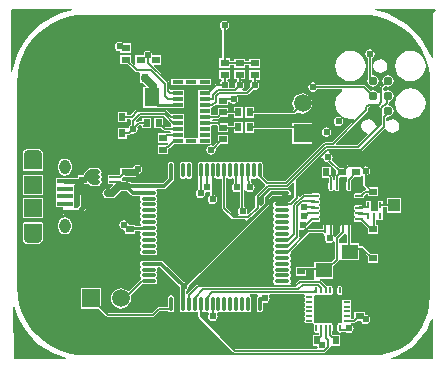
<source format=gtl>
%FSTAX23Y23*%
%MOIN*%
%SFA1B1*%

%IPPOS*%
%ADD15R,0.027559X0.023622*%
%ADD16R,0.023622X0.027559*%
%ADD17R,0.013780X0.007087*%
%ADD18R,0.011811X0.037008*%
%ADD19O,0.011811X0.051181*%
%ADD20O,0.051181X0.011811*%
%ADD21R,0.053150X0.015748*%
%ADD22R,0.061024X0.059055*%
%ADD23R,0.055118X0.047244*%
%ADD24R,0.009843X0.021654*%
%ADD25R,0.066929X0.060630*%
%ADD26O,0.007874X0.025591*%
%ADD27O,0.025591X0.007874*%
%ADD28O,0.027559X0.009843*%
%ADD29O,0.009843X0.027559*%
%ADD30R,0.102362X0.102362*%
%ADD31R,0.051181X0.059055*%
%ADD32R,0.035433X0.011811*%
%ADD33R,0.033465X0.011811*%
%ADD34R,0.041339X0.039370*%
%ADD35R,0.086614X0.041339*%
%ADD36R,0.061024X0.047244*%
%ADD37R,0.061024X0.047244*%
%ADD69C,0.031000*%
%ADD70C,0.005000*%
%ADD71C,0.012000*%
%ADD72C,0.006000*%
%ADD73C,0.025000*%
%ADD74C,0.010000*%
%ADD75C,0.022000*%
%ADD76C,0.007000*%
%ADD77C,0.020000*%
%ADD78C,0.015000*%
%ADD79O,0.037401X0.049212*%
%ADD80O,0.061024X0.035433*%
%ADD81R,0.059055X0.059055*%
%ADD82C,0.059055*%
%ADD83R,0.059055X0.059055*%
%ADD84C,0.024000*%
%ADD85C,0.019685*%
%LNcore_prototype_1-1*%
%LPD*%
G36*
X04805Y037D02*
X04795Y0369D01*
Y03541*
X0479Y0354*
X04779Y03565*
X04766Y03589*
X0475Y03612*
X04732Y03632*
X04712Y0365*
X04689Y03666*
X04665Y03679*
X0464Y0369*
X04614Y03697*
X04601Y037*
X04601Y03705*
X048*
X04805Y037*
G37*
G36*
X03593D02*
X0358Y03697D01*
X03554Y0369*
X03529Y03679*
X03505Y03666*
X03482Y0365*
X03462Y03632*
X03444Y03612*
X03428Y03589*
X03415Y03565*
X03404Y0354*
X03397Y03514*
X03393Y03494*
X03388Y03495*
X03387Y03701*
X0339Y03705*
X03593*
X03593Y037*
G37*
G36*
X03635Y03686D02*
X0456D01*
X0456Y03686*
X04589Y03684*
X04618Y03678*
X04646Y03669*
X04673Y03656*
X04697Y03639*
X0472Y0362*
X04739Y03597*
X04756Y03573*
X04769Y03546*
X04778Y03518*
X04784Y03489*
X04786Y0346*
X04786Y03459*
Y0342*
Y02744*
X04784Y02742*
X04784Y02739*
X04783Y02734*
X04782Y02714*
X04777Y0269*
X04769Y02667*
X04758Y02645*
X04745Y02624*
X04729Y02606*
X0471Y02589*
X0469Y02576*
X04668Y02565*
X04644Y02557*
X0462Y02552*
X04596Y02551*
X04596Y02551*
X03635*
X03634Y02551*
X03605Y02552*
X03576Y02558*
X03548Y02568*
X03521Y02581*
X03497Y02597*
X03474Y02617*
X03455Y02639*
X03438Y02664*
X03425Y0269*
X03416Y02718*
X0341Y02747*
X03408Y02776*
X03408Y02777*
Y0346*
X03408Y0346*
X0341Y03489*
X03416Y03518*
X03425Y03546*
X03438Y03573*
X03455Y03597*
X03474Y0362*
X03497Y03639*
X03521Y03656*
X03548Y03669*
X03576Y03678*
X03605Y03684*
X03634Y03686*
X03635Y03686*
G37*
G36*
X04795Y02671D02*
Y02537D01*
X04655*
X04654Y02542*
X04674Y02549*
X04698Y02561*
X04721Y02576*
X04741Y02593*
X04759Y02613*
X04774Y02636*
X04786Y0266*
X0479Y02672*
X04795Y02671*
G37*
G36*
X03404Y02696D02*
X03415Y02671D01*
X03428Y02647*
X03444Y02625*
X03462Y02605*
X03482Y02586*
X03505Y0257*
X03529Y02557*
X03554Y02547*
X03571Y02542*
X0357Y02537*
X03397*
X03395Y02711*
X034Y02711*
X03404Y02696*
G37*
%LNcore_prototype_1-2*%
%LPC*%
G36*
X0375Y03595D02*
X03743Y03594D01*
X03738Y03591*
X03735Y03586*
X03734Y0358*
X03735Y03573*
X03738Y03568*
X03743Y03565*
X0375Y03564*
X03752Y03561*
Y03559*
X03787*
Y0359*
X03761*
X03761Y03591*
X03756Y03594*
X0375Y03595*
G37*
G36*
X03845Y03565D02*
X03838Y03564D01*
X03833Y03561*
X0383Y03556*
X03829Y0355*
X03802*
Y03524*
Y03522*
X03798Y03518*
X03797Y03518*
X03787Y03529*
Y0355*
X03752*
Y0352*
X03777*
X03802Y03495*
X03807Y03493*
X03814*
X03819Y03492*
Y03488*
Y0348*
X03818Y03475*
Y03474*
X03819Y03469*
Y03457*
X03828*
X03837Y03448*
X03835Y03443*
X03829*
Y03376*
X03878*
X03879Y03376*
X03923*
Y03375*
X03965*
Y03394*
Y03399*
Y03414*
Y03415*
Y03433*
X03923*
X0392Y03433*
X03916Y03438*
Y0346*
X03914Y03464*
X03864Y03515*
X03866Y03519*
X03887*
Y0355*
X0386*
X03859Y03556*
X03856Y03561*
X03851Y03564*
X03845Y03565*
G37*
G36*
X041Y03665D02*
X04093Y03664D01*
X04088Y03661*
X04085Y03656*
X04084Y0365*
X04085Y03643*
X04088Y03638*
X04093Y03635*
Y0354*
X04082*
Y03509*
X04117*
Y03518*
X04132*
Y03509*
X04167*
Y03517*
X04182*
Y03509*
X04217*
Y03539*
X04182*
Y0353*
X04167*
Y03539*
X04132*
Y03531*
X04117*
Y0354*
X04106*
Y03635*
X04111Y03638*
X04114Y03643*
X04115Y0365*
X04114Y03656*
X04111Y03661*
X04106Y03664*
X041Y03665*
G37*
G36*
X0462Y03538D02*
X04611Y03536D01*
X04603Y03531*
X04598Y03523*
X04596Y03515*
X04598Y03506*
X04603Y03498*
X04611Y03493*
X0462Y03491*
X04628Y03493*
X04636Y03498*
X04641Y03506*
X04643Y03515*
X04641Y03523*
X04636Y03531*
X04628Y03536*
X0462Y03538*
G37*
G36*
X04013Y03471D02*
X04009D01*
X04008*
X0397*
X03969*
X03964*
X03923*
Y03452*
X03964*
X03965*
X0397*
X04008*
X04009*
X04013*
X04014*
X04056*
Y03471*
X04014*
X04013*
G37*
G36*
X0472Y03565D02*
X04706Y03563D01*
X04694Y03558*
X04684Y0355*
X04676Y0354*
X04671Y03528*
X04669Y03515*
X04671Y03501*
X04676Y03489*
X04684Y03479*
X04694Y03471*
X04706Y03466*
X0472Y03464*
X04733Y03466*
X04745Y03471*
X04755Y03479*
X04763Y03489*
X04768Y03501*
X0477Y03515*
X04768Y03528*
X04763Y0354*
X04755Y0355*
X04745Y03558*
X04733Y03563*
X0472Y03565*
G37*
G36*
X0452D02*
X04506Y03563D01*
X04494Y03558*
X04484Y0355*
X04476Y0354*
X04471Y03528*
X04469Y03515*
X04471Y03501*
X04476Y03489*
X04484Y03479*
X04494Y03471*
X04506Y03466*
X0452Y03464*
X04533Y03466*
X04545Y03471*
X04555Y03479*
X04563Y03489*
X04568Y03501*
X0457Y03515*
X04568Y03528*
X04563Y0354*
X04555Y0355*
X04545Y03558*
X04533Y03563*
X0452Y03565*
G37*
G36*
X04585Y0357D02*
X04578Y03569D01*
X04573Y03566*
X0457Y03561*
X04569Y03555*
X0457Y03548*
X04573Y03543*
X04578Y0354*
Y03475*
X04578Y03474*
X04577Y03472*
X04575Y03465*
X04577Y03457*
X04581Y03451*
X04587Y03447*
X04595Y03445*
X04602Y03447*
X04608Y03451*
X04612Y03457*
X04614Y03465*
X04612Y03472*
X04608Y03478*
X04602Y03482*
X04595Y03484*
X04591Y03487*
Y0354*
X04596Y03543*
X04599Y03548*
X046Y03555*
X04599Y03561*
X04596Y03566*
X04591Y03569*
X04585Y0357*
G37*
G36*
X04117Y035D02*
X04082D01*
Y0347*
X04089*
X0409Y03465*
X04088Y03464*
X04085Y03458*
X04084Y03456*
X04072*
X04067Y03454*
X04047Y03433*
X04013*
Y03415*
Y03414*
Y03395*
Y03394*
Y03375*
Y0337*
Y03355*
Y0335*
Y03335*
Y0333*
Y03315*
Y0331*
Y03295*
Y0329*
Y03277*
X0401Y03274*
X04009Y03274*
X04008*
X0397*
X03969Y03274*
X03965Y03277*
Y03279*
Y03294*
Y03299*
Y03314*
Y03319*
Y0333*
Y03334*
Y03335*
Y03354*
X03923*
X03919Y03356*
X03908Y03368*
X03903Y03369*
X03808*
X03803Y03368*
X03787Y03351*
X03774*
Y03362*
X03744*
Y03327*
X03774*
Y03338*
X03785*
X03789Y03333*
X03788Y03332*
Y03319*
X03783Y03316*
X0378Y03311*
X03779Y03307*
X03774Y03307*
X03744*
Y03272*
X03774*
Y03283*
X0378*
X03784Y03285*
X03789Y0329*
X03795Y03289*
X03801Y0329*
X03806Y03293*
X03809Y03298*
X0381Y03305*
X03809Y0331*
X03817Y03318*
X03822*
X03824Y03313*
X03825Y03312*
Y03307*
X0383*
X03831Y03307*
X03832Y03307*
X03855*
Y03342*
X03825*
Y03331*
X03815*
X0381Y03329*
X03809Y03328*
X03804Y0333*
X03803Y03331*
X0382Y03348*
X03897*
X03923Y03322*
Y03315*
X0392Y03311*
X03902*
X03895Y03318*
X03895Y03318*
Y03342*
X03864*
Y03307*
X03888*
X03895Y033*
X039Y03298*
X03918*
X03921Y03294*
X0392Y0329*
X03904*
X03903Y0329*
X03877*
Y03259*
X03907*
X0391*
X03913Y03255*
X03913Y03254*
X03909Y03251*
X03904*
X03903Y0325*
X03877*
Y0322*
X03912*
Y03238*
X03912*
X03917Y0324*
X03932Y03255*
X03964*
X03965*
X0397*
X04008*
X04009*
X04013*
X04014*
X04056*
Y03274*
Y03279*
Y03294*
Y03299*
Y03314*
X04058Y03318*
X04075*
X04077Y03315*
Y03294*
X04112*
Y03303*
X0413*
Y03292*
X0416*
Y03327*
X0413*
Y03316*
X04112*
Y03324*
X04086*
X04082Y03329*
X04077Y03331*
X0406*
X04058Y03334*
X0406Y03338*
X04077*
X04082Y0334*
X04086Y03345*
X04112*
Y03353*
X0413*
Y03342*
X0416*
Y03377*
X0413*
Y03366*
X04112*
Y03375*
X04077*
Y03354*
X04074Y03351*
X04058*
X04056Y03355*
Y03359*
Y03374*
X04058Y03378*
X04059*
X04064Y0338*
X04072Y03388*
X04077Y03386*
Y03384*
X04112*
Y03394*
X04117Y03396*
X04118Y03393*
X04123Y0339*
X0413Y03389*
X04136Y0339*
X04141Y03393*
X04144Y03398*
X04145Y03405*
X04144Y03411*
X04142Y03414*
X04143Y03419*
X04144Y03419*
X04176*
X04181Y03421*
X04194Y03435*
X042Y03434*
X04206Y03435*
X04211Y03438*
X04214Y03443*
X04215Y0345*
X04214Y03456*
X04211Y03461*
X04206Y03464*
Y03469*
X04217*
Y035*
X04182*
Y03469*
X04193*
Y03464*
X04188Y03461*
X04185Y03456*
X04184Y0345*
X04185Y03444*
X04173Y03432*
X04161*
X04159Y03437*
X04161Y03438*
X04164Y03443*
X04165Y0345*
X04164Y03456*
X04161Y03461*
X04156Y03464*
Y0347*
X04167*
Y035*
X04132*
Y0347*
X04143*
Y03464*
X04138Y03461*
X04135Y03456*
X04134Y0345*
X04135Y03445*
X04131Y03441*
X04116*
X04114Y03446*
X04114Y03446*
X04115Y03452*
X04114Y03458*
X04111Y03464*
X04109Y03465*
X0411Y0347*
X04117*
Y035*
G37*
G36*
X04645Y03484D02*
X04637Y03482D01*
X04631Y03478*
X04627Y03472*
X04625Y03465*
X04627Y03457*
X04627Y03456*
X04618Y03448*
X04617Y03443*
Y03425*
X04612Y03423*
X04608Y03428*
X04602Y03432*
X04595Y03434*
X04587Y03432*
X04586Y03432*
X0457Y03449*
X04565Y0345*
X04409*
X04406Y03455*
X04401Y03459*
X04395Y0346*
X04389Y03459*
X04384Y03455*
X0438Y0345*
X04379Y03444*
X0438Y03438*
X04384Y03433*
X04389Y03429*
X04395Y03428*
X04401Y03429*
X04406Y03433*
X04409Y03437*
X04492*
X04493Y03432*
X04484Y03425*
X04476Y03415*
X04471Y03403*
X04469Y0339*
X04471Y03376*
X04476Y03364*
X04484Y03354*
X04494Y03346*
X04506Y03341*
X0452Y03339*
X04529Y0334*
X04531Y03335*
X04457Y03261*
X04435*
X0443Y03259*
X04302Y03131*
X04242*
X04227Y03147*
X04227Y03147*
Y03187*
X04226Y0319*
X04224Y03193*
X04221Y03195*
X04217Y03196*
X04213Y03195*
X0421Y03193*
X0421Y03193*
X04204*
X04204Y03193*
X04201Y03195*
X04197Y03196*
X04194Y03195*
X04191Y03193*
X04191Y03193*
X04185*
X04185Y03193*
X04181Y03195*
X04178Y03196*
X04174Y03195*
X04171Y03193*
X04171Y03193*
X04165*
X04165Y03193*
X04162Y03195*
X04158Y03196*
X04154Y03195*
X04151Y03193*
X04151Y03193*
X04145*
X04145Y03193*
X04142Y03195*
X04138Y03196*
X04135Y03195*
X04132Y03193*
X04132Y03193*
X04126*
X04125Y03193*
X04122Y03195*
X04119Y03196*
X04115Y03195*
X04112Y03193*
X04112Y03193*
X04106*
X04106Y03193*
X04103Y03195*
X04099Y03196*
X04095Y03195*
X04092Y03193*
X04092Y03193*
X04086*
X04086Y03193*
X04083Y03195*
X04079Y03196*
X04076Y03195*
X04073Y03193*
X04073Y03193*
X04066*
X04066Y03193*
X04063Y03195*
X0406Y03196*
X04056Y03195*
X04053Y03193*
X04053Y03193*
X04047*
X04047Y03193*
X04044Y03195*
X0404Y03196*
X04036Y03195*
X04033Y03193*
X04033Y03193*
X04027*
X04027Y03193*
X04024Y03195*
X0402Y03196*
X04017Y03195*
X04014Y03193*
X04011Y0319*
X04011Y03187*
Y03147*
X04011Y03144*
X04013Y03141*
Y03104*
X04008Y03101*
X04005Y03096*
X04004Y0309*
X04005Y03083*
X04008Y03078*
X04013Y03075*
X0402Y03074*
X04026Y03075*
X04031Y03078*
X04034Y03083*
X04035Y0309*
X04035Y0309*
X04039Y03094*
X0404Y03094*
X04046Y03095*
X04048Y03097*
X04052Y03095*
X04053Y03094*
Y03084*
X04048Y03081*
X04045Y03076*
X04044Y0307*
X04045Y03063*
X04048Y03058*
X04053Y03055*
X0406Y03054*
X04066Y03055*
X04071Y03058*
X04074Y03063*
X04075Y0307*
X04074Y03076*
X04071Y03081*
X04066Y03084*
Y03094*
X04066Y03094*
Y0314*
X04066Y0314*
X04066Y03141*
X04073*
X04073Y0314*
X04076Y03138*
X04079Y03138*
X04083Y03138*
X04086Y0314*
X0409Y03138*
X04093Y03136*
Y0304*
X04094Y03035*
X04125Y03005*
X0413Y03003*
X04168*
X0417Y02998*
X03967Y02796*
X03962*
X03895Y02863*
X03892Y02865*
X03888Y02866*
X03848*
X03847Y02866*
X03847Y02866*
X03827*
X03824Y02865*
X03821Y02863*
X03819Y0286*
X03818Y02856*
X03819Y02852*
X03821Y02849*
X03821Y02849*
Y02843*
X03821Y02843*
X03819Y0284*
X03818Y02836*
X03819Y02833*
X03821Y02829*
X03821Y02829*
Y02823*
X03821Y02823*
X03819Y0282*
X03818Y02817*
X03819Y02813*
X03821Y0281*
X03821Y0281*
Y02804*
X03821Y02804*
X03819Y02801*
X03818Y02799*
X03782Y02763*
X03778Y02763*
X03771Y02768*
X03763Y02772*
X03755Y02773*
X03746Y02772*
X03738Y02768*
X03731Y02763*
X03726Y02756*
X03722Y02748*
X03721Y0274*
X03722Y02731*
X03726Y02723*
X03731Y02716*
X03738Y02711*
X03746Y02707*
X03755Y02706*
X03763Y02707*
X03771Y02711*
X03778Y02716*
X03783Y02723*
X03787Y02731*
X03788Y0274*
X03787Y02748*
X03787Y02748*
X03826Y02788*
X03827Y02787*
X03867*
X0387Y02788*
X03874Y0279*
X03876Y02793*
X03876Y02797*
X03876Y02801*
X03874Y02804*
X03873Y02804*
Y0281*
X03874Y0281*
X03876Y02813*
X03876Y02817*
X03876Y0282*
X03874Y02823*
X03873Y02823*
Y02829*
X03874Y02829*
X03876Y02833*
X03876Y02836*
X03876Y0284*
X03875Y02841*
X03877Y02846*
X03884*
X03949Y02781*
X03949Y0278*
X0395Y02773*
X03952Y02771*
Y02722*
X03952Y02722*
Y02702*
X03952Y02699*
X03954Y02696*
X03958Y02694*
X03961Y02693*
X03965Y02694*
X03968Y02696*
X03968Y02696*
X03974*
X03974Y02696*
X03977Y02694*
X03981Y02693*
X03985Y02694*
X03988Y02696*
X03988Y02696*
X03994*
X03994Y02696*
X03997Y02694*
X04001Y02693*
X04004Y02694*
X04007Y02696*
X04012Y02693*
X04013Y02692*
Y0268*
X04015Y02675*
X04129Y02561*
X04134Y02559*
X04433*
X04437Y02561*
X04449Y02573*
X04451Y02577*
Y02579*
X04454Y02582*
X04456*
X04485*
Y02617*
X04463*
X04459Y02621*
Y0263*
X04459Y02631*
X0446Y02634*
Y02651*
X04459Y02654*
X04458Y02657*
X04455Y02658*
X04452Y02659*
X04449Y02658*
X04448Y02657*
X04447Y02657*
X04442*
X04441Y02657*
X0444Y02658*
X04437Y02659*
X04434Y02658*
X04431Y02657*
X04426*
X04424Y02658*
X04421Y02659*
X04418Y02658*
X04416Y02657*
X04416Y02657*
X0441*
X0441Y02657*
X04408Y02658*
X04405Y02659*
X04402Y02658*
X04401Y02658*
X04398Y02661*
X04398Y02662*
X04399Y02665*
X04398Y02668*
X04397Y0267*
X04397Y0267*
Y02676*
X04397Y02676*
X04398Y02678*
X04399Y02681*
X04398Y02684*
X04397Y02686*
X04397Y02686*
Y02691*
X04397Y02692*
X04398Y02694*
X04399Y02697*
X04398Y027*
X04397Y02701*
X04397Y02702*
Y02707*
X04397Y02708*
X04398Y02709*
X04399Y02712*
X04398Y02715*
X04397Y02717*
X04397Y02718*
Y02723*
X04397Y02723*
X04398Y02725*
X04399Y02728*
X04398Y02731*
X04397Y02733*
X04397Y02733*
Y02739*
X04397Y02739*
X04398Y02741*
X04399Y02744*
X04398Y02747*
X04398Y02748*
X04401Y02751*
X04402Y02751*
X04405Y0275*
X04408Y02751*
X0441Y02752*
X04416*
X04418Y02751*
X04421Y0275*
X04424Y02751*
X04426Y02752*
X04431*
X04434Y02751*
X04437Y0275*
X0444Y02751*
X04441Y02752*
X04442Y02752*
X04447*
X04448Y02752*
X04449Y02751*
X04452Y0275*
X04455Y02751*
X04458Y02752*
X04459Y02755*
X0446Y02758*
Y02775*
X04459Y02778*
X04458Y02781*
X04455Y02782*
X04452Y02783*
X04449Y02782*
X04448Y02781*
X04447Y02781*
X04442*
X04441Y02781*
X0444Y02782*
X04439Y02783*
X04422Y02799*
X04417Y02801*
X04417Y02806*
X04462*
Y02847*
X04478Y02864*
X0448Y02869*
Y02938*
X04495Y02952*
X04497Y02953*
X045Y02955*
X04506Y02954*
X04507Y02952*
Y02923*
X04486*
Y02869*
X04548*
Y029*
X04557*
X04577Y0288*
Y02859*
X04611*
Y02889*
X04586*
X04564Y02911*
X04559Y02913*
X04548*
Y02923*
X0452*
Y02955*
X04522Y02957*
X04522Y02961*
Y02978*
X04522Y02982*
X0452Y02984*
X04517Y02986*
X04514Y02987*
X04511Y02986*
X04508Y02984*
X04507Y02983*
X04506Y02983*
X04502*
X04501Y02983*
X045Y02984*
X04497Y02986*
X04494Y02987*
X04491Y02986*
X04488Y02984*
X04486Y02982*
X04486Y02978*
Y02961*
X04469Y02945*
X04464Y02946*
X04464Y02946*
X04461Y0295*
Y02955*
X04463Y02957*
X04463Y02961*
Y02978*
X04463Y02982*
X04461Y02984*
X04458Y02986*
X04455Y02987*
X04452Y02986*
X04449Y02984*
X04448Y02983*
X04447Y02983*
X04443*
X04442Y02983*
X04441Y02984*
X04438Y02986*
X04435Y02987*
X04432Y02986*
X04429Y02984*
X04427Y02982*
X04427Y02978*
Y0297*
X04379*
X04375Y02968*
X04353Y02946*
X04348Y02948*
Y02968*
X04353Y0297*
X04353Y0297*
X0436Y02969*
X04366Y0297*
X04371Y02973*
X04374Y02978*
X04378Y0298*
X04392Y02994*
X04393Y02994*
X04411*
X04414Y02995*
X04417Y02997*
X04418Y03*
X04419Y03003*
X04418Y03006*
X04417Y03009*
X04415Y0301*
X04415Y03011*
Y03015*
X04415Y03016*
X04417Y03017*
X04418Y03019*
X04419Y03023*
X04418Y03026*
X04417Y03029*
X04415Y0303*
X04415Y03031*
Y03034*
X04415Y03035*
X04417Y03036*
X04418Y03039*
X04419Y03042*
X04418Y03046*
X04417Y03048*
X04415Y03049*
X04415Y0305*
Y03054*
X04415Y03055*
X04417Y03056*
X04418Y03059*
X04419Y03062*
X04418Y03065*
X04417Y03068*
X04415Y03069*
X04415Y0307*
Y03074*
X04415Y03075*
X04417Y03076*
X04418Y03078*
X04419Y03082*
X04418Y03085*
X04417Y03088*
X04414Y0309*
X04411Y0309*
X04393*
X0439Y0309*
X04387Y03088*
X04364*
X0436Y03086*
X04351Y03078*
X04346Y0308*
Y03133*
X04424Y03211*
X04426Y0321*
X04429Y03209*
X0443Y03203*
X04433Y03198*
X04438Y03195*
X04444Y03194*
X04472Y03166*
Y03154*
X0447Y03151*
X04468Y03147*
Y03133*
X04463Y03131*
X04461Y03133*
Y03134*
X0446Y03135*
Y03143*
X04458Y03147*
X04454Y03151*
Y03177*
X04424*
Y03142*
X04445*
X04447Y0314*
Y03135*
X04448Y03133*
Y03129*
X04447Y03127*
X04446Y03124*
Y03106*
X04447Y03103*
X04449Y031*
X04452Y03098*
X04455Y03098*
X04458Y03098*
X04461Y031*
X04462Y03102*
X04463Y03102*
X04466*
X04467Y03102*
X04468Y031*
X04471Y03098*
X04475Y03098*
X04478Y03098*
X04481Y031*
X04482Y03103*
X04483Y03106*
Y03124*
X04482Y03127*
X04481Y03129*
Y0314*
X04486Y03145*
X04502*
X04505*
X04506Y03144*
X04508Y03143*
X04509Y03141*
X04509Y03139*
X04508Y03136*
Y0313*
X04506Y03127*
X04505Y03124*
Y03106*
X04506Y03103*
X04508Y031*
X04511Y03098*
X04514Y03098*
X04517Y03098*
X0452Y031*
X04522Y03103*
X04522Y03106*
Y03124*
X04522Y03127*
X04521Y03129*
Y03134*
X04531Y03145*
X04555*
Y03149*
X04559Y03152*
X04563Y03149*
Y03117*
X04565Y03113*
X04572Y03106*
X0457Y03101*
X04569*
X04565Y03099*
X04556Y0309*
X04538*
X04535Y0309*
X04532Y03088*
X04531Y03085*
X0453Y03082*
X04531Y03078*
X04532Y03076*
X04535Y03074*
X04538Y03073*
X04556*
X04559Y03074*
X04562Y03076*
X04564Y03078*
X04565Y03081*
X04572Y03088*
X04577Y03087*
Y0308*
X04611*
Y0311*
X04586*
X04576Y0312*
Y0315*
X04581Y03153*
X04584Y03158*
X04585Y03165*
X04584Y03171*
X04581Y03176*
X04576Y03179*
X0457Y0318*
X04564Y03179*
X04559Y03184*
X04555Y03186*
X04511*
X04507Y03184*
X04498Y03175*
X04481*
X04457Y032*
X04459Y03203*
X0446Y0321*
X04459Y03216*
X04456Y03221*
X04451Y03224*
X04449Y03225*
X04449Y0323*
X04556*
X04561Y03231*
X04633Y03304*
X04634Y03304*
X04639Y03303*
X04643Y03298*
X04651Y03293*
X0466Y03291*
X04668Y03293*
X04676Y03298*
X04681Y03306*
X04683Y03315*
X04681Y03323*
X04676Y03331*
X04668Y03336*
X0466Y03338*
X04651Y03336*
X04643Y03331*
X04643Y03331*
X04638Y03332*
Y03342*
X04641Y03346*
X04645Y03345*
X04652Y03347*
X04658Y03351*
X04662Y03357*
X04664Y03365*
X04662Y03372*
X04658Y03378*
X04652Y03382*
X04649Y03383*
X04648Y03384*
X04646Y03389*
X04648Y03392*
Y03396*
X04652Y03397*
X04658Y03401*
X04662Y03407*
X04664Y03415*
X04662Y03422*
X04658Y03428*
X04652Y03432*
X04645Y03434*
X04637Y03432*
X04634Y03431*
X04629Y03433*
Y0344*
X04636Y03447*
X04637Y03447*
X04645Y03445*
X04652Y03447*
X04658Y03451*
X04662Y03457*
X04664Y03465*
X04662Y03472*
X04658Y03478*
X04652Y03482*
X04645Y03484*
G37*
G36*
X0436Y03423D02*
X04351Y03422D01*
X04343Y03418*
X04336Y03413*
X04331Y03406*
X04327Y03398*
X04326Y0339*
X04327Y03381*
X04331Y03373*
X04332Y03371*
X04327Y03366*
X04199*
Y03377*
X04169*
Y03342*
X04199*
Y03353*
X0433*
X04334Y03355*
X04341Y03362*
X04343Y03361*
X04351Y03357*
X0436Y03356*
X04368Y03357*
X04376Y03361*
X04383Y03366*
X04388Y03373*
X04392Y03381*
X04393Y0339*
X04392Y03398*
X04388Y03406*
X04383Y03413*
X04376Y03418*
X04368Y03422*
X0436Y03423*
G37*
G36*
X0472Y0344D02*
X04706Y03438D01*
X04694Y03433*
X04684Y03425*
X04676Y03415*
X04671Y03403*
X04669Y0339*
X04671Y03376*
X04676Y03364*
X04684Y03354*
X04694Y03346*
X04706Y03341*
X0472Y03339*
X04733Y03341*
X04745Y03346*
X04755Y03354*
X04763Y03364*
X04768Y03376*
X0477Y0339*
X04768Y03403*
X04763Y03415*
X04755Y03425*
X04745Y03433*
X04733Y03438*
X0472Y0344*
G37*
G36*
X0448Y03345D02*
X04473Y03344D01*
X04468Y03341*
X04465Y03336*
X04464Y0333*
X04465Y03323*
X04468Y03318*
X04473Y03315*
X0448Y03314*
X04486Y03315*
X04491Y03318*
X04494Y03323*
X04495Y0333*
X04494Y03336*
X04491Y03341*
X04486Y03344*
X0448Y03345*
G37*
G36*
X0444Y0331D02*
X04433Y03309D01*
X04428Y03306*
X04425Y03301*
X04424Y03295*
X04425Y03288*
X04428Y03283*
X04433Y0328*
X0444Y03279*
X04446Y0328*
X04451Y03283*
X04454Y03288*
X04455Y03295*
X04454Y03301*
X04451Y03306*
X04446Y03309*
X0444Y0331*
G37*
G36*
X04199Y03327D02*
X04169D01*
Y03292*
X04199*
Y03303*
X04326*
Y03256*
X04393*
Y03323*
X04326*
Y03316*
X04199*
Y03327*
G37*
G36*
X04112Y03285D02*
X04077D01*
Y03264*
X04062Y03248*
X04061Y03249*
X04055Y0325*
X04048Y03249*
X04043Y03246*
X0404Y03241*
X04039Y03235*
X0404Y03228*
X04043Y03223*
X04048Y0322*
X04055Y03219*
X04061Y0322*
X04066Y03223*
X04069Y03228*
X0407Y03235*
X0407Y03238*
X04086Y03255*
X04112*
Y03285*
G37*
G36*
X03981Y03196D02*
X03977Y03195D01*
X03974Y03193*
X03974Y03193*
X03968*
X03968Y03193*
X03965Y03195*
X03961Y03196*
X03958Y03195*
X03954Y03193*
X03952Y0319*
X03952Y03187*
Y03147*
X03952Y03144*
X03954Y0314*
X03958Y03138*
X03961Y03138*
X03965Y03138*
X03968Y0314*
X03968Y03141*
X03974*
X03974Y0314*
X03977Y03138*
X03981Y03138*
X03985Y03138*
X03988Y0314*
X0399Y03144*
X03991Y03147*
Y03187*
X0399Y0319*
X03988Y03193*
X03985Y03195*
X03981Y03196*
G37*
G36*
X03474Y03239D02*
X03449D01*
X0344Y03237*
X03433Y03233*
X03429Y03226*
X03427Y03217*
X03427Y03217*
Y0317*
X03428Y03167*
X03431Y03166*
X03492*
X03495Y03167*
X03496Y0317*
Y03217*
X03496Y03217*
X03494Y03226*
X03489Y03233*
X03482Y03237*
X03474Y03239*
G37*
G36*
X03568Y03206D02*
X03559Y03205D01*
X03552Y032*
X03547Y03192*
X03545Y03184*
Y03172*
X03547Y03163*
X03552Y03156*
X03559Y03151*
X03568Y03149*
X03576Y03151*
X03584Y03156*
X03589Y03163*
X0359Y03172*
Y03184*
X03589Y03192*
X03584Y032*
X03576Y03205*
X03568Y03206*
G37*
G36*
X03676Y03174D02*
X03655D01*
X0365Y03173*
X03645Y0317*
X03633Y03158*
X0363Y03153*
X03629Y03151*
X03611*
Y03142*
X03568*
X03567Y03142*
X03538*
Y03118*
Y03114*
Y03092*
Y03089*
Y03067*
Y03063*
Y03043*
X0356*
X03561Y03038*
X0356Y03037*
X0356Y03036*
X03557Y03033*
X03556Y03028*
X03557Y03024*
X0356Y0302*
X03563Y03018*
X03568Y03017*
X0357Y03017*
X03614*
X03618Y03018*
X03622Y03021*
X03636Y03035*
X03638Y03039*
X03639Y03043*
Y03096*
X03638Y031*
X03636Y03104*
X03632Y03106*
X03628Y03107*
X03624Y03106*
X0362Y03104*
X03618Y031*
X03617Y03096*
Y03048*
X03609Y0304*
X03602*
X03598Y03043*
Y03045*
Y03067*
Y0307*
Y03092*
Y03096*
Y03114*
Y03116*
X03601Y0312*
X03624*
X03625Y0312*
X03645*
X03649Y03122*
X03652Y03119*
X03656Y03116*
X03662Y03115*
X03676*
X03682Y03116*
X03686Y03119*
X03689Y03123*
X0369Y03129*
X03689Y03134*
X03687Y03137*
X03689Y03139*
X0369Y03145*
X03689Y0315*
X03687Y03152*
X03689Y03155*
X0369Y0316*
X03689Y03166*
X03686Y0317*
X03682Y03173*
X03676Y03174*
G37*
G36*
X03922Y03196D02*
X03918Y03195D01*
X03915Y03193*
X03913Y0319*
X03912Y03187*
Y03168*
X03912Y03167*
Y03141*
X03895Y03124*
X03787*
Y03129*
X03775*
X0377Y03131*
X03766Y0313*
X03762*
X03758Y03134*
X03758Y03139*
X03758Y0314*
X03762Y03144*
X03787*
Y03146*
X038*
X03805Y03147*
X0381Y0315*
X03813Y03154*
X03816Y03155*
X03821Y03158*
X03824Y03163*
X03825Y0317*
X03824Y03176*
X03821Y03181*
X03816Y03184*
X0381Y03185*
X03803Y03184*
X03798Y03181*
X03795Y03176*
X03795Y03175*
X0377*
X03769Y03175*
X03752*
Y03154*
X0375Y03152*
X03723*
X03722Y03152*
X03712*
Y03137*
Y03132*
Y03122*
X03722*
X03723Y03122*
X03727*
X03729Y03117*
X03718Y03106*
X0371*
X03703Y03105*
X03698Y03101*
X03694Y03096*
X03693Y0309*
X03694Y03083*
X03698Y03078*
X03703Y03074*
X0371Y03073*
X03725*
X03731Y03074*
X03736Y03078*
X03755Y03097*
X03769*
X03774Y03098*
X03787Y03085*
X0379Y03083*
X03794Y03082*
X03817*
X03819Y03077*
X03819Y03076*
X03818Y03072*
X03819Y03069*
X03821Y03066*
X03821Y03066*
Y0306*
X03821Y0306*
X03819Y03056*
X03818Y03053*
X03819Y03049*
X03821Y03046*
X03821Y03046*
Y0304*
X03821Y0304*
X03819Y03037*
X03818Y03033*
X03819Y03029*
X03821Y03026*
X03821Y03026*
Y0302*
X03821Y0302*
X03819Y03017*
X03818Y03013*
X03819Y0301*
X03821Y03007*
X03821Y03007*
Y03001*
X03821Y03*
X03819Y02997*
X03818Y02994*
X03819Y0299*
X0382Y02987*
X0382Y02985*
X03818Y02982*
X03802*
Y02985*
X0378*
X03779Y02991*
X03776Y02996*
X03771Y02999*
X03765Y03*
X03758Y02999*
X03753Y02996*
X0375Y02991*
X03749Y02985*
X0375Y02978*
X03753Y02973*
X03758Y0297*
X03765Y02969*
X03767Y02966*
Y02954*
X03802*
Y02965*
X03818*
X03819Y02964*
X0382Y0296*
X03819Y02958*
X03818Y02954*
X03819Y02951*
X03821Y02948*
X03821Y02948*
Y02941*
X03821Y02941*
X03819Y02938*
X03818Y02935*
X03819Y02931*
X03821Y02928*
X03821Y02928*
Y02922*
X03821Y02922*
X03819Y02919*
X03818Y02915*
X03819Y02911*
X03821Y02908*
X03821Y02908*
Y02902*
X03821Y02902*
X03819Y02899*
X03818Y02895*
X03819Y02892*
X03821Y02889*
X03824Y02886*
X03827Y02886*
X03867*
X0387Y02886*
X03874Y02889*
X03876Y02892*
X03876Y02895*
X03876Y02899*
X03874Y02902*
X03873Y02902*
Y02908*
X03874Y02908*
X03876Y02911*
X03876Y02915*
X03876Y02919*
X03874Y02922*
X03873Y02922*
Y02928*
X03874Y02928*
X03876Y02931*
X03876Y02935*
X03876Y02938*
X03874Y02941*
X03873Y02941*
Y02948*
X03874Y02948*
X03876Y02951*
X03876Y02954*
X03876Y02958*
X03874Y02961*
X03873Y02961*
Y02967*
X03874Y02967*
X03876Y0297*
X03876Y02974*
X03876Y02978*
X03874Y02981*
X03873Y02981*
Y02987*
X03874Y02987*
X03876Y0299*
X03876Y02994*
X03876Y02997*
X03874Y03*
X03873Y03001*
Y03007*
X03874Y03007*
X03876Y0301*
X03876Y03013*
X03876Y03017*
X03874Y0302*
X03873Y0302*
Y03026*
X03874Y03026*
X03876Y03029*
X03876Y03033*
X03876Y03037*
X03874Y0304*
X03873Y0304*
Y03046*
X03874Y03046*
X03876Y03049*
X03876Y03053*
X03876Y03056*
X03874Y0306*
X03873Y0306*
Y03066*
X03874Y03066*
X03876Y03069*
X03876Y03072*
X03876Y03076*
X03874Y03079*
X03873Y03079*
Y03085*
X03874Y03085*
X03876Y03088*
X03876Y03092*
X03876Y03096*
X03874Y03099*
X03873Y031*
X03874Y03105*
X03899*
X03903Y03105*
X03906Y03107*
X03929Y0313*
X03931Y03133*
X03931Y03137*
Y03166*
X03932Y03167*
X03931Y03167*
Y03187*
X03931Y0319*
X03929Y03193*
X03926Y03195*
X03922Y03196*
G37*
G36*
X03495Y03152D02*
X03427D01*
Y03086*
X03495*
Y03152*
G37*
G36*
X04688Y03073D02*
X0464D01*
Y03056*
X04627*
Y03064*
X0461*
Y03035*
Y03035*
Y0303*
X04605*
X04588*
Y03035*
Y03035*
Y03064*
X04571*
Y03049*
X04561*
X04559Y0305*
X04556Y03051*
X04538*
X04535Y0305*
X04532Y03048*
X04531Y03046*
X0453Y03042*
X04531Y03039*
X04532Y03036*
X04534Y03035*
X04534Y03034*
Y03031*
X04534Y0303*
X04532Y03029*
X04531Y03026*
X0453Y03023*
X04531Y03019*
X04532Y03017*
X04534Y03016*
X04534Y03015*
Y03011*
X04534Y0301*
X04532Y03009*
X04531Y03006*
X0453Y03003*
X04531Y03*
X04532Y02997*
X04535Y02995*
X04538Y02994*
X04556*
X04577Y02973*
Y02954*
X04611*
Y02985*
X04605*
Y03001*
X0461Y03002*
X04612*
X04627*
Y0303*
Y0303*
Y03035*
Y03035*
Y03043*
X0464*
Y03026*
X04688*
Y03073*
G37*
G36*
X04496Y03078D02*
X04491Y03077D01*
X04487Y03074*
X04484Y03069*
X04483Y03064*
X04484Y03059*
X04487Y03054*
X04491Y03051*
X04496Y0305*
X04501Y03051*
X04506Y03054*
X04509Y03059*
X0451Y03064*
X04509Y03069*
X04506Y03074*
X04501Y03077*
X04496Y03078*
G37*
G36*
X04453D02*
X04448Y03077D01*
X04443Y03074*
X0444Y03069*
X04439Y03064*
X0444Y03059*
X04443Y03054*
X04448Y03051*
X04453Y0305*
X04458Y03051*
X04462Y03054*
X04465Y03059*
X04466Y03064*
X04465Y03069*
X04462Y03074*
X04458Y03077*
X04453Y03078*
G37*
G36*
X03495Y03073D02*
X03427D01*
Y03007*
X03495*
Y03073*
G37*
G36*
X04496Y03034D02*
X04491Y03033D01*
X04487Y0303*
X04484Y03026*
X04483Y03021*
X04484Y03015*
X04487Y03011*
X04491Y03008*
X04496Y03007*
X04501Y03008*
X04506Y03011*
X04509Y03015*
X0451Y03021*
X04509Y03026*
X04506Y0303*
X04501Y03033*
X04496Y03034*
G37*
G36*
X04453D02*
X04448Y03033D01*
X04443Y0303*
X0444Y03026*
X04439Y03021*
X0444Y03015*
X04443Y03011*
X04448Y03008*
X04453Y03007*
X04458Y03008*
X04462Y03011*
X04465Y03015*
X04466Y03021*
X04465Y03026*
X04462Y0303*
X04458Y03033*
X04453Y03034*
G37*
G36*
X03568Y0301D02*
X03559Y03008D01*
X03552Y03003*
X03547Y02996*
X03545Y02987*
Y02975*
X03547Y02967*
X03552Y02959*
X03559Y02954*
X03568Y02953*
X03576Y02954*
X03584Y02959*
X03589Y02967*
X0359Y02975*
Y02987*
X03589Y02996*
X03584Y03003*
X03576Y03008*
X03568Y0301*
G37*
G36*
X03492Y02993D02*
X03431D01*
X03428Y02992*
X03427Y02989*
Y02942*
X03427Y02942*
X03429Y02933*
X03433Y02926*
X0344Y02922*
X03449Y0292*
X03474*
X03482Y02922*
X03489Y02926*
X03494Y02933*
X03496Y02942*
X03496Y02942*
Y02989*
X03495Y02992*
X03492Y02993*
G37*
G36*
X04484Y02783D02*
X04481Y02782D01*
X04479Y02781*
X04477Y02778*
X04476Y02775*
Y02758*
X04477Y02755*
X04479Y02752*
X04481Y02751*
X04484Y0275*
X04487Y02751*
X04489Y02752*
X04491Y02755*
X04491Y02758*
Y02775*
X04491Y02778*
X04489Y02781*
X04487Y02782*
X04484Y02783*
G37*
G36*
X03688Y02773D02*
X03621D01*
Y02706*
X03678*
X03705Y0268*
X0371Y02678*
X0386*
X03864Y0268*
X03883Y02698*
X03913*
X03915Y02696*
X03918Y02694*
X03922Y02693*
X03926Y02694*
X03929Y02696*
X03931Y02699*
X03931Y02702*
Y02742*
X03931Y02745*
X03929Y02749*
X03926Y02751*
X03922Y02751*
X03918Y02751*
X03915Y02749*
X03913Y02745*
X03912Y02742*
Y02711*
X0388*
X03875Y02709*
X03857Y02691*
X03712*
X03688Y02716*
Y02773*
G37*
G36*
X04515Y02736D02*
X04498D01*
X04495Y02735*
X04492Y02733*
X04491Y02731*
X0449Y02728*
X04491Y02725*
X04492Y02723*
X04492Y02723*
Y02718*
X04492Y02717*
X04491Y02715*
X0449Y02712*
X04491Y02709*
X04492Y02708*
X04492Y02707*
Y02702*
X04492Y02701*
X04491Y027*
X0449Y02697*
X04491Y02694*
X04492Y02692*
X04492Y02691*
Y02686*
X04492Y02686*
X04491Y02684*
X0449Y02681*
X04491Y02678*
X04492Y02676*
X04492Y02676*
Y0267*
X04492Y0267*
X04491Y02668*
X0449Y02665*
X04491Y02662*
X04491Y02661*
X04488Y02658*
X04487Y02658*
X04484Y02659*
X04481Y02658*
X04479Y02657*
X04477Y02654*
X04476Y02651*
Y02634*
X04477Y02631*
X04479Y02628*
X04481Y02627*
X04484Y02626*
X04487Y02627*
X04489Y02628*
X0449Y02629*
X04503*
X04503Y02628*
X04508Y02625*
X04515Y02624*
X04521Y02625*
X04526Y02628*
X04529Y02633*
X0453Y0264*
X04529Y02646*
X04526Y02651*
X04521Y02654*
X04521Y02656*
X04522Y02659*
X04533*
X04537Y02661*
X04541Y02665*
X04555*
X04555Y02663*
X04558Y02658*
X04563Y02655*
X0457Y02654*
X04576Y02655*
X04581Y02658*
X04584Y02663*
X04585Y0267*
X04584Y02676*
X04581Y02681*
X04576Y02684*
X0457Y02685*
X04567Y02688*
Y02695*
X04532*
Y02674*
X0453Y02672*
X04524*
X04523Y02673*
X04521Y02677*
X04522Y02678*
X04523Y02681*
X04522Y02684*
X04521Y02686*
X04521Y02686*
Y02691*
X04521Y02692*
X04522Y02694*
X04523Y02697*
X04522Y027*
X04521Y02701*
X04521Y02702*
Y02707*
X04521Y02708*
X04522Y02709*
X04523Y02712*
X04522Y02715*
X04521Y02717*
X04521Y02718*
Y02723*
X04521Y02723*
X04522Y02725*
X04523Y02728*
X04522Y02731*
X04521Y02733*
X04518Y02735*
X04515Y02736*
G37*
%LNcore_prototype_1-3*%
%LPD*%
G36*
X04617Y03375D02*
X04617Y03375D01*
X04617Y03373*
Y03325*
X04608Y03316*
X04602Y03318*
X04601Y03323*
X04596Y03331*
X04588Y03336*
X0458Y03338*
X04571Y03336*
X04563Y03331*
X04558Y03323*
X04556Y03315*
X04558Y03306*
X04563Y03298*
X04571Y03293*
X04576Y03292*
X04578Y03286*
X04543Y03251*
X04472*
X0447Y03256*
X04577Y03363*
X04579Y03367*
Y03375*
X04584Y0338*
X04614*
X04617Y03375*
G37*
G36*
X0421Y0314D02*
X04213Y03138D01*
X04217Y03138*
X04217Y03138*
X04235Y0312*
X04236Y03115*
X04205Y03084*
X04203Y0308*
Y03044*
X04178Y03019*
X04177Y0302*
X04174Y03023*
X04175Y0303*
X04174Y03036*
X04171Y03041*
X04166Y03044*
X04165Y03044*
Y03099*
X04166Y031*
X04173Y03099*
X04173Y03098*
X04178Y03095*
X04185Y03094*
X04191Y03095*
X04196Y03098*
X04199Y03103*
X042Y0311*
X04199Y03116*
X04196Y03121*
X04191Y03124*
X04189Y03124*
Y03129*
X04187Y03134*
X04185Y03136*
X04185Y03136*
X04187Y03138*
X04191Y0314*
X04194Y03138*
X04197Y03138*
X04201Y03138*
X04204Y0314*
X04204Y03141*
X0421*
X0421Y0314*
G37*
G36*
X04333Y03125D02*
Y03077D01*
X04317Y03061*
X04316*
X04315Y03062*
X04312Y03062*
X04272*
X04269Y03062*
X04265Y0306*
X04263Y03056*
X04263Y03053*
X04263Y03049*
X04265Y03046*
X04266Y03046*
Y0304*
X04265Y0304*
X04263Y03037*
X04263Y03033*
X04263Y03029*
X04265Y03026*
X04266Y03026*
Y0302*
X04265Y0302*
X04263Y03017*
X04263Y03013*
X04263Y0301*
X04265Y03007*
X04266Y03007*
Y03001*
X04265Y03*
X04263Y02997*
X04263Y02994*
X04263Y0299*
X04265Y02987*
X04266Y02987*
Y02981*
X04265Y02981*
X04263Y02978*
X04263Y02974*
X04263Y0297*
X04265Y02967*
X04266Y02967*
Y02961*
X04265Y02961*
X04263Y02958*
X04263Y02954*
X04263Y02951*
X04265Y02948*
X04266Y02948*
Y02941*
X04265Y02941*
X04263Y02938*
X04263Y02935*
X04263Y02931*
X04265Y02928*
X04266Y02928*
Y02922*
X04265Y02922*
X04263Y02919*
X04263Y02915*
X04263Y02911*
X04265Y02908*
X04266Y02908*
Y02902*
X04265Y02902*
X04263Y02899*
X04263Y02895*
X04263Y02892*
X04265Y02889*
X04266Y02888*
Y02882*
X04265Y02882*
X04263Y02879*
X04263Y02876*
X04263Y02872*
X04265Y02869*
X04266Y02869*
Y02863*
X04265Y02863*
X04263Y0286*
X04263Y02856*
X04263Y02852*
X04265Y02849*
X04266Y02849*
Y02843*
X04265Y02843*
X04263Y0284*
X04263Y02836*
X04263Y02833*
X04265Y02829*
X04266Y02829*
Y02823*
X04265Y02823*
X04263Y0282*
X04263Y02817*
X04263Y02813*
X04265Y0281*
X04266Y0281*
Y02804*
X04265Y02804*
X04263Y02801*
X04263Y02797*
X04263Y02793*
X04265Y02791*
X04264Y02788*
X04263Y02786*
X0401*
X04005Y02784*
X03976Y02756*
X03976Y02755*
X03971Y02756*
Y02765*
X03976Y02768*
X03979Y02773*
X0398Y0278*
X0398Y02781*
X04246Y03048*
X04248Y03051*
X04249Y03055*
Y0307*
X04261Y03082*
X04292*
X04293Y03083*
X04312*
X04315Y03083*
X04318Y03085*
X0432Y03088*
X04321Y03092*
X0432Y03096*
X04318Y03099*
X04315Y03101*
X04312Y03102*
X04292*
X04292Y03102*
X04291Y03102*
X04257*
X04253Y03101*
X0425Y03099*
X04233Y03081*
X04231Y03078*
X0423Y03075*
Y03059*
X04221Y03049*
X04216Y03051*
Y03077*
X04247Y03108*
X04307*
X04311Y0311*
X04328Y03127*
X04333Y03125*
G37*
G36*
X04112Y0314D02*
X04115Y03138D01*
X04119Y03138*
X04122Y03138*
X04125Y0314*
X0413Y03138*
X04132Y03136*
Y03123*
X04128Y03121*
X04125Y03116*
X04124Y0311*
X04125Y03103*
X04128Y03098*
X04133Y03095*
X0414Y03094*
X04146Y03095*
X04147Y03096*
X04152Y03093*
Y03043*
X04148Y03041*
X04145Y03036*
X04144Y0303*
X04145Y03023*
X04147Y03021*
X04144Y03016*
X04132*
X04106Y03043*
Y0314*
X04106Y0314*
X04106Y03141*
X04112*
X04112Y0314*
G37*
G36*
X04429Y02955D02*
X04432Y02953D01*
X04433Y02952*
X04436Y02948*
X04436Y02947*
X04435Y02946*
X04434Y0294*
X04435Y02933*
X04438Y02928*
X04443Y02925*
X0445Y02924*
X04456Y02925*
X04461Y02928*
X04462Y02931*
X04467Y02929*
Y02872*
X04456Y0286*
X04399*
Y02846*
X04364*
X04363Y02845*
X04337*
Y02815*
X04372*
Y02833*
X04399*
Y02806*
Y02806*
X04399Y02801*
X0435*
X04345Y02799*
X04332Y02786*
X04321*
X0432Y02788*
X04319Y02791*
X0432Y02793*
X04321Y02797*
X0432Y02801*
X04318Y02804*
X04318Y02804*
Y0281*
X04318Y0281*
X0432Y02813*
X04321Y02817*
X0432Y0282*
X04318Y02823*
X04318Y02823*
Y02829*
X04318Y02829*
X0432Y02833*
X04321Y02836*
X0432Y0284*
X04318Y02843*
X04318Y02843*
Y02849*
X04318Y02849*
X0432Y02852*
X04321Y02856*
X0432Y0286*
X04318Y02863*
X04318Y02863*
Y02869*
X04318Y02869*
X0432Y02872*
X04321Y02876*
X0432Y02879*
X04318Y02882*
X04318Y02882*
Y02888*
X04318Y02889*
X0432Y02892*
X04321Y02895*
X04321Y02896*
X04382Y02957*
X04428*
X04429Y02955*
G37*
G36*
X04367Y02752D02*
X04368Y02748D01*
X04367Y02747*
X04366Y02744*
X04367Y02741*
X04368Y02739*
X04368Y02739*
Y02733*
X04368Y02733*
X04367Y02731*
X04366Y02728*
X04367Y02725*
X04368Y02723*
X04368Y02723*
Y02718*
X04368Y02717*
X04367Y02715*
X04366Y02712*
X04367Y02709*
X04368Y02708*
X04368Y02707*
Y02702*
X04368Y02701*
X04367Y027*
X04366Y02697*
X04367Y02694*
X04368Y02692*
X04368Y02691*
Y02686*
X04368Y02686*
X04367Y02684*
X04366Y02681*
X04367Y02678*
X04368Y02676*
X04368Y02676*
Y0267*
X04368Y0267*
X04367Y02668*
X04366Y02665*
X04367Y02662*
X04368Y0266*
X04371Y02658*
X04374Y02658*
X04391*
X04394Y02658*
X04395Y02659*
X04399Y02655*
X04398Y02654*
X04398Y02651*
Y02634*
X04398Y02631*
X044Y02628*
X04402Y02627*
X04405Y02626*
X04408Y02627*
X04409Y02628*
X04413Y02626*
X04414Y02625*
Y02617*
X04394*
Y02582*
X04409*
X0441Y02578*
X04411Y02577*
X04408Y02572*
X04136*
X04026Y02682*
Y02695*
X04027Y02696*
X04027Y02696*
X04033*
X04033Y02696*
X04036Y02694*
X0404Y02693*
X04044Y02694*
X04047Y02692*
X04048Y02689*
X04046Y02686*
X04045Y0268*
X04046Y02674*
X0405Y02669*
X04055Y02666*
X04061Y02665*
X04067Y02666*
X04072Y02669*
X04075Y02674*
X04077Y0268*
X04075Y02686*
X04074Y02689*
X04074Y0269*
X04077Y02693*
X04079Y02693*
X04083Y02694*
X04086Y02696*
X04086Y02696*
X04092*
X04092Y02696*
X04095Y02694*
X04099Y02693*
X04103Y02694*
X04106Y02696*
X04106Y02696*
X04112*
X04112Y02696*
X04115Y02694*
X04119Y02693*
X04122Y02694*
X04125Y02696*
X04126Y02696*
X04132*
X04132Y02696*
X04135Y02694*
X04138Y02693*
X04142Y02694*
X04145Y02696*
X04145Y02696*
X04151*
X04151Y02696*
X04154Y02694*
X04158Y02693*
X04162Y02694*
X04165Y02696*
X04165Y02696*
X04171*
X04171Y02696*
X04174Y02694*
X04178Y02693*
X04181Y02694*
X04185Y02696*
X04187Y02699*
X04187Y02702*
Y02742*
X04187Y02745*
X04185Y02748*
X04185Y02749*
X04186Y02753*
X04209*
X0421Y02749*
X0421Y02748*
X04208Y02745*
X04208Y02742*
Y02738*
X04207Y02738*
Y02722*
X04208Y02722*
Y02702*
X04208Y02699*
X0421Y02696*
X04213Y02694*
X04217Y02693*
X04221Y02694*
X04224Y02696*
X04226Y02699*
X04227Y02702*
Y0272*
X04229Y02723*
X04232Y02724*
X04235Y02724*
X04241Y02725*
X04246Y02728*
X04249Y02733*
X0425Y0274*
X04249Y02746*
X04247Y02748*
X0425Y02753*
X04365*
X04367Y02752*
G37*
G54D15*
X041Y03485D03*
Y03525D03*
X03785Y0293D03*
Y0297D03*
X03628Y03096D03*
Y03135D03*
X04594Y03134D03*
Y03095D03*
X04538Y03199D03*
Y0316D03*
X0449Y03199D03*
Y0316D03*
X0455Y0272D03*
Y0268D03*
X04594Y0293D03*
Y0297D03*
X03895Y03275D03*
Y03235D03*
X0377Y03535D03*
Y03575D03*
X0387Y03535D03*
Y03574D03*
X0382Y03535D03*
Y03574D03*
X0415Y03524D03*
Y03485D03*
X042Y03524D03*
Y03485D03*
X04095Y0327D03*
Y03309D03*
Y0336D03*
Y03399D03*
X04355Y0283D03*
Y02869D03*
X04594Y02874D03*
Y02835D03*
X0377Y0316D03*
Y03199D03*
Y03114D03*
Y03075D03*
G54D16*
X0437Y026D03*
X04409D03*
X044Y0316D03*
X04439D03*
X0384Y03325D03*
X0388D03*
X03759Y03345D03*
X0372D03*
X03759Y0329D03*
X0372D03*
X03834Y03475D03*
X03795D03*
X04145Y0331D03*
X04184D03*
X04145Y0336D03*
X04184D03*
X0447Y026D03*
X04509D03*
G54D17*
X03723Y03129D03*
Y03145D03*
Y0316D03*
X03676Y03129D03*
Y03145D03*
Y0316D03*
G54D18*
X037Y03145D03*
G54D19*
X03922Y03167D03*
X03942D03*
X03961D03*
X03981D03*
X04001D03*
X0402D03*
X0404D03*
X0406D03*
X04079D03*
X04099D03*
X04119D03*
X04138D03*
X04158D03*
X04178D03*
X04197D03*
X04217D03*
Y02722D03*
X04197D03*
X04178D03*
X04158D03*
X04138D03*
X04119D03*
X04099D03*
X04079D03*
X0406D03*
X0404D03*
X0402D03*
X04001D03*
X03981D03*
X03961D03*
X03942D03*
X03922D03*
G54D20*
X04292Y03092D03*
Y03072D03*
Y03053D03*
Y03033D03*
Y03013D03*
Y02994D03*
Y02974D03*
Y02954D03*
Y02935D03*
Y02915D03*
Y02895D03*
Y02876D03*
Y02856D03*
Y02836D03*
Y02817D03*
Y02797D03*
X03847D03*
Y02817D03*
Y02836D03*
Y02856D03*
Y02876D03*
Y02895D03*
Y02915D03*
Y02935D03*
Y02954D03*
Y02974D03*
Y02994D03*
Y03013D03*
Y03033D03*
Y03053D03*
Y03072D03*
Y03092D03*
G54D21*
X03568Y03131D03*
Y03105D03*
Y0308D03*
Y03054D03*
Y03028D03*
G54D22*
X03461Y03119D03*
Y0304D03*
G54D23*
X04517Y02896D03*
Y02833D03*
X04431Y02896D03*
Y02833D03*
G54D24*
X04619Y0305D03*
X04599D03*
X04579D03*
Y03016D03*
X04599D03*
X04619D03*
G54D25*
X04445Y02705D03*
G54D26*
X04405Y02767D03*
X04421D03*
X04437D03*
X04452D03*
X04468D03*
X04484D03*
Y02642D03*
X04468D03*
X04452D03*
X04437D03*
X04421D03*
X04405D03*
G54D27*
X04507Y02744D03*
Y02728D03*
Y02712D03*
Y02697D03*
Y02681D03*
Y02665D03*
X04382D03*
Y02681D03*
Y02697D03*
Y02712D03*
Y02728D03*
Y02744D03*
G54D28*
X04402Y03082D03*
Y03062D03*
Y03042D03*
Y03023D03*
Y03003D03*
X04547D03*
Y03023D03*
Y03042D03*
Y03062D03*
Y03082D03*
G54D29*
X04435Y0297D03*
X04455D03*
X04475D03*
X04494D03*
X04514D03*
Y03115D03*
X04494D03*
X04475D03*
X04455D03*
X04435D03*
G54D30*
X04475Y03042D03*
G54D31*
X03858Y0341D03*
X03791D03*
G54D32*
X04035Y03265D03*
Y03285D03*
Y03305D03*
Y03324D03*
Y03344D03*
Y03364D03*
Y03384D03*
Y03461D03*
Y03424D03*
Y03404D03*
X03944D03*
Y03424D03*
Y03461D03*
Y03384D03*
Y03364D03*
Y03344D03*
Y03324D03*
Y03305D03*
Y03285D03*
Y03265D03*
G54D33*
X03989Y03265D03*
Y03461D03*
G54D34*
X04664Y0305D03*
G54D35*
X04715Y02991D03*
Y03108D03*
G54D36*
X03461Y03194D03*
G54D37*
X03461Y02965D03*
G54D69*
X04595Y03465D03*
X04645D03*
X04595Y03415D03*
X04645D03*
X04595Y03365D03*
X04645D03*
G54D70*
X04585Y03475D02*
X04586Y03476D01*
X0421Y03041D02*
Y0308D01*
X04178Y0301D02*
X0421Y03041D01*
X0413Y0301D02*
X04178D01*
X0401Y0278D02*
X04335D01*
X03981Y02751D02*
X0401Y0278D01*
X03981Y02722D02*
Y02751D01*
X04335Y0278D02*
X0435Y02795D01*
X0421Y0308D02*
X04245Y03115D01*
X04307*
X0402Y0268D02*
X04134Y02565D01*
X04433*
X04445Y02577*
Y026*
X04437Y02608D02*
X04445Y026D01*
X04437Y02608D02*
Y02642D01*
X0415Y03524D02*
X0415Y03524D01*
X042*
X041Y03525D02*
X04149D01*
X0415Y03524*
X041Y03525D02*
Y0365D01*
X04585Y03475D02*
Y03555D01*
X04586Y03476D02*
X04595Y03467D01*
Y03465D02*
Y03467D01*
X0445Y02943D02*
X04455Y02948D01*
X0445Y0294D02*
Y02943D01*
X04455Y02948D02*
Y0297D01*
X04555Y0318D02*
X0457Y03165D01*
Y03117D02*
Y03165D01*
Y03117D02*
X04592Y03095D01*
X04511Y0318D02*
X04555D01*
X04592Y03095D02*
X04594D01*
X04569D02*
X04592D01*
X04556Y03082D02*
X04569Y03095D01*
X04547Y03082D02*
X04556D01*
X04491Y0316D02*
X04511Y0318D01*
X0449Y0316D02*
X04491D01*
X04514Y03136D02*
X04538Y0316D01*
X04514Y03115D02*
Y03136D01*
X04538Y0316D02*
X0454D01*
X04514Y03115D02*
X04514Y03115D01*
X04448Y03199D02*
X04488Y0316D01*
X0449*
X0444Y03236D02*
X04549D01*
X0434Y03135D02*
X0444Y03236D01*
X04437Y03245D02*
X04546D01*
X04307Y03115D02*
X04437Y03245D01*
X04305Y03125D02*
X04435Y03255D01*
X0434Y03075D02*
Y03135D01*
X0424Y03125D02*
X04305D01*
X04549Y03236D02*
X04556D01*
X04435Y03255D02*
X0446D01*
X04546Y03245D02*
X04623Y03322D01*
X04556Y03236D02*
X04632Y03312D01*
X0446Y03255D02*
X04572Y03367D01*
Y03377*
X04395Y03444D02*
X04565D01*
X04595Y03415*
X039D02*
Y03455D01*
X0391Y03432D02*
X03918Y03424D01*
X0391Y03432D02*
Y0346D01*
X039Y03415D02*
X0391Y03404D01*
X03845Y03525D02*
X0391Y0346D01*
X03855Y035D02*
X039Y03455D01*
X04572Y03377D02*
X04581Y03386D01*
X04623Y03373D02*
X04641Y03392D01*
X04623Y03322D02*
Y03373D01*
X04581Y03386D02*
X04616D01*
X0404Y03167D02*
X0404Y03167D01*
X0406Y03094D02*
X0406Y03094D01*
X0406Y0307D02*
Y03094D01*
X0402Y0309D02*
X0402Y0309D01*
X04139Y0311D02*
Y03166D01*
X0402Y0309D02*
Y03167D01*
X04138Y03167D02*
X04139Y03166D01*
X04158Y03167D02*
X04159Y03166D01*
X0404Y0311D02*
Y03167D01*
X04178Y03134D02*
Y03167D01*
X04159Y0303D02*
Y03166D01*
X0406Y02689D02*
Y02722D01*
X0404Y0311D02*
X0404Y0311D01*
X04183Y03111D02*
X04185Y0311D01*
X04159Y0303D02*
X0416Y0303D01*
X04061Y0268D02*
Y02688D01*
X0402Y03167D02*
X0402Y03167D01*
X04178Y03134D02*
X04183Y03129D01*
X0406Y02689D02*
X04061Y02688D01*
X04183Y03111D02*
Y03129D01*
X0406Y03094D02*
Y03167D01*
X04139Y0311D02*
X0414Y0311D01*
X04616Y03386D02*
X04623Y03393D01*
X04217Y03147D02*
X0424Y03125D01*
X04217Y03147D02*
Y03167D01*
X04099Y0304D02*
Y03167D01*
X04632Y03312D02*
Y03345D01*
X04645Y03358*
Y03365*
X04641Y03392D02*
Y03411D01*
X04645Y03415*
X04623Y03393D02*
Y03443D01*
X04645Y03465*
X0432Y03055D02*
X0434Y03075D01*
X04313Y03053D02*
X04315Y03055D01*
X04292Y03053D02*
X04313D01*
X04315Y03055D02*
X0432D01*
X04099Y0304D02*
X0413Y0301D01*
X04333Y0305D02*
X04364Y03082D01*
X04333Y02956D02*
Y0305D01*
X04342Y03047D02*
X04357Y03063D01*
X04342Y02945D02*
Y03047D01*
X04364Y03082D02*
X04402D01*
X04357Y03063D02*
X04401D01*
X041Y03405D02*
X0413D01*
X04095Y03399D02*
X041Y03405D01*
X04081Y03426D02*
X04176D01*
X04077Y03434D02*
X04134D01*
X04061Y03406D02*
Y03418D01*
X04077Y03434*
X04035Y03405D02*
X0406D01*
X04035Y03404D02*
X04035Y03405D01*
X0406D02*
X04061Y03406D01*
X04059Y03384D02*
X0407Y03395D01*
X04035Y03384D02*
X04059D01*
X0407Y03395D02*
Y03415D01*
X04055Y03235D02*
X04057D01*
X04093Y0327*
X04095*
X0407Y03415D02*
X04081Y03426D01*
X04176D02*
X042Y0345D01*
X04134Y03434D02*
X0415Y0345D01*
X042D02*
Y03485D01*
X041Y03452D02*
Y03485D01*
X04097Y0345D02*
X041Y03452D01*
X04072Y0345D02*
X04097D01*
X04046Y03424D02*
X04072Y0345D01*
X04035Y03424D02*
X04046D01*
X0415Y0345D02*
Y03485D01*
X0378Y0329D02*
X03795Y03305D01*
X03815Y03325*
X0384*
X03759Y0329D02*
X0378D01*
X03831Y03313D02*
X0384Y03323D01*
Y03325*
X03845Y03525D02*
Y0355D01*
X03918Y03424D02*
X03944D01*
X0391Y03404D02*
X03944D01*
X03771Y03535D02*
X03807Y035D01*
X03855*
X0377Y03535D02*
X03771D01*
X03795Y03305D02*
Y03332D01*
X03817Y03355*
X03903Y03363D02*
X03921Y03345D01*
X03808Y03363D02*
X03903D01*
X0379Y03345D02*
X03808Y03363D01*
X03921Y03345D02*
X03943D01*
X03929Y03325D02*
X03943D01*
X039Y03355D02*
X03929Y03325D01*
X03817Y03355D02*
X039D01*
X03759Y03345D02*
X0379D01*
X03943Y03345D02*
X03944Y03344D01*
X03943Y03325D02*
X03944Y03324D01*
X039Y03305D02*
X03944D01*
X03891Y03313D02*
X039Y03305D01*
X03889Y03313D02*
X03891D01*
X0388Y03323D02*
X03889Y03313D01*
X0388Y03323D02*
Y03325D01*
X03895Y03235D02*
X03904Y03244D01*
X03912*
X03932Y03265*
X03944*
X03943Y03284D02*
X03944Y03285D01*
X03904Y03284D02*
X03943D01*
X03895Y03275D02*
X03904Y03284D01*
X04184Y0336D02*
X0433D01*
X0436Y0339*
X0434Y0331D02*
X0436Y0329D01*
X04184Y0331D02*
X0434D01*
X04093Y0336D02*
X04145D01*
X04093Y0336D02*
X04095D01*
X04093D02*
X04093Y0336D01*
X04145Y03309D02*
X04145Y0331D01*
X04095Y03309D02*
X04145D01*
X04077Y03344D02*
X04093Y0336D01*
X04035Y03344D02*
X04077D01*
X04093Y03309D02*
X04095D01*
X04077Y03324D02*
X04093Y03309D01*
X04035Y03324D02*
X04077D01*
X03655Y0274D02*
X0371Y02685D01*
X0386*
X0388Y02705*
X03919*
X03922Y02708*
Y02722*
X04475Y03115D02*
D01*
Y03147*
X04488Y0316*
X04431Y02843D02*
X04448D01*
X04474Y02869D02*
Y0294D01*
X04448Y02843D02*
X04474Y02869D01*
X0451Y02635D02*
X04515Y0264D01*
X04485Y02635D02*
X0451D01*
X04484Y02637D02*
X04485Y02635D01*
X04484Y02637D02*
Y02642D01*
X04452Y02619D02*
X0447Y02601D01*
X04452Y02619D02*
Y02642D01*
X0447Y026D02*
Y02601D01*
X0435Y02795D02*
X04417D01*
X04437Y02775*
Y02767D02*
Y02775D01*
X0452Y02886D02*
X04537D01*
X04499Y02907D02*
X0452Y02886D01*
X0402Y0268D02*
Y02721D01*
X0402Y02722*
X04507Y02665D02*
X04533D01*
X04548Y0268*
X04421Y02613D02*
Y02642D01*
X04409Y02601D02*
X04421Y02613D01*
X04409Y026D02*
Y02601D01*
X04548Y0268D02*
X0455D01*
X04426Y02839D02*
X04431Y02843D01*
X04355Y0283D02*
X04364Y02839D01*
X04426*
X04373Y02985D02*
X04391Y03003D01*
X0436Y02985D02*
X04373D01*
X04312Y02915D02*
X04342Y02945D01*
X04312Y02935D02*
X04333Y02956D01*
X04391Y03003D02*
X04402D01*
X04365Y03015D02*
X0437D01*
X04378Y03023*
X04402*
X04365Y03045D02*
X04366Y03043D01*
X04401*
X04402Y03042*
X04401Y03063D02*
X04402Y03062D01*
X04379Y02963D02*
X04433D01*
X04312Y02895D02*
X04379Y02963D01*
X04292Y02895D02*
X04312D01*
X04292Y02915D02*
X04312D01*
X04292Y02935D02*
X04312D01*
X04435Y02965D02*
Y0297D01*
X04433Y02963D02*
X04435Y02965D01*
X04517Y02906D02*
X04559D01*
X04592Y02874*
X04594*
X04474Y0294D02*
X04494Y02961D01*
Y0297*
X04514Y0291D02*
Y0297D01*
Y0291D02*
X04517Y02906D01*
X04594Y0297D02*
X04599Y02975D01*
Y03016*
X04586Y02977D02*
X04594Y0297D01*
X04582Y02977D02*
X04586D01*
X04556Y03003D02*
X04582Y02977D01*
X04547Y03003D02*
X04556D01*
X04454Y03135D02*
X04454Y03134D01*
Y03116D02*
Y03134D01*
Y03116D02*
X04455Y03115D01*
X04454Y03135D02*
Y03143D01*
X04439Y03158D02*
X04454Y03143D01*
X04439Y03158D02*
Y0316D01*
X04619Y0305D02*
X04664D01*
X04579Y03044D02*
Y0305D01*
X04578Y03043D02*
X04579Y03044D01*
X04548Y03043D02*
X04578D01*
X04547Y03042D02*
X04548Y03043D01*
X04579Y03016D02*
Y03021D01*
X04578Y03022D02*
X04579Y03021D01*
X04548Y03022D02*
X04578D01*
X04547Y03023D02*
X04548Y03022D01*
X04191Y03318D02*
X04193D01*
X04099Y02722D02*
X04099Y02722D01*
G54D71*
X0377Y03114D02*
X03771D01*
X03899D02*
X03922Y03137D01*
Y03167*
X03922Y03167*
X03771Y03114D02*
X03899D01*
X03771D02*
X03794Y03092D01*
X03847*
X03888Y02856D02*
X03965Y0278D01*
X03847Y02856D02*
X03888D01*
X03847Y02856D02*
X03847Y02856D01*
X03965Y02776D02*
Y0278D01*
X03961Y02773D02*
X03965Y02776D01*
X03961Y02722D02*
Y02773D01*
X03965Y0278D02*
X0424Y03055D01*
Y03075*
X04233Y02738D02*
X04235Y0274D01*
X0424Y03075D02*
X04257Y03092D01*
X04292*
X04292Y03092*
X04217Y02738D02*
X04233D01*
X04217Y02738D02*
X04217Y02738D01*
X04217Y02722D02*
Y02738D01*
G54D72*
X04028Y0277D02*
X04345D01*
X04001Y02742D02*
X04028Y0277D01*
X04001Y02722D02*
Y02742D01*
X04058Y0276D02*
X04399D01*
X0404Y02742D02*
X04058Y0276D01*
X0404Y02722D02*
Y02742D01*
X04399Y0276D02*
X04405Y02767D01*
X04345Y0277D02*
X04361Y02786D01*
X03826Y02797D02*
X03847D01*
X03768Y0274D02*
X03826Y02797D01*
X03755Y0274D02*
X03768D01*
X04361Y02786D02*
X0441D01*
X04421Y02775*
Y02767D02*
Y02775D01*
G54D73*
X0371Y0309D02*
X03725D01*
X03748Y03113*
X03769*
X0377Y03114*
X03854Y03455D02*
X03855D01*
X03834Y03474D02*
X03854Y03455D01*
X03834Y03474D02*
Y03475D01*
X03858Y0341D02*
X0386Y03411D01*
Y03449*
G54D74*
X03858Y03406D02*
Y0341D01*
Y03406D02*
X03879Y03385D01*
X03943*
X03944Y03384*
X03785Y0297D02*
X03789Y02974D01*
X03847*
X03847Y02974*
G54D75*
X0377Y0316D02*
X038D01*
X0377Y0316D02*
X0377Y0316D01*
G54D76*
X03768Y03114D02*
X0377D01*
X03753Y03129D02*
X03768Y03114D01*
X03723Y03129D02*
X03753D01*
X03768Y0316D02*
X0377D01*
X03753Y03145D02*
X03768Y0316D01*
X03723Y03145D02*
X03753D01*
G54D77*
X03643Y03148D02*
X03655Y0316D01*
X03646Y03145D02*
X03662Y03129D01*
X03676*
X03646Y03145D02*
X03676D01*
X03655Y0316D02*
X03676D01*
G54D78*
X0363Y03135D02*
X03643Y03148D01*
X03646Y03145*
X03628Y03135D02*
X0363D01*
X03624Y03131D02*
X03628Y03135D01*
X03568Y03131D02*
X03624D01*
X03568Y03131D02*
X03568Y03131D01*
Y03029D02*
X03614D01*
X03568Y03028D02*
X03568Y03029D01*
X03614D02*
X03628Y03043D01*
Y03096*
G54D79*
X03568Y02981D03*
Y03178D03*
G54D80*
X03461Y02942D03*
Y03217D03*
G54D81*
X0436Y0329D03*
G54D82*
X0436Y0339D03*
X03755Y0274D03*
G54D83*
X03655Y0274D03*
G54D84*
X047Y036D03*
X0475Y033D03*
X047Y032D03*
X0475Y029D03*
X047Y028D03*
X0475Y027D03*
X047Y026D03*
X046Y036D03*
Y032D03*
X0465Y031D03*
Y029D03*
X046Y028D03*
X0465Y027D03*
X044Y036D03*
X0435Y035D03*
X043Y034D03*
Y032D03*
X0435Y029D03*
X043Y026D03*
X0425Y035D03*
Y029D03*
X042Y026D03*
X041Y03D03*
X0415Y029D03*
X0405Y035D03*
X04Y034D03*
X0405Y029D03*
X04Y026D03*
X039Y032D03*
X0395Y031D03*
Y029D03*
X039Y026D03*
X038Y028D03*
Y026D03*
X037Y036D03*
X0375Y035D03*
X037Y032D03*
Y028D03*
Y026D03*
X036Y036D03*
X0365Y029D03*
X036Y028D03*
Y026D03*
X035Y036D03*
X0355Y035D03*
X035Y034D03*
X0355Y033D03*
Y029D03*
X035Y028D03*
X0355Y027D03*
X0345Y035D03*
Y033D03*
Y029D03*
Y027D03*
X04355Y0321D03*
X0437Y0324D03*
X0444Y03295D03*
X0448Y0333D03*
X04535Y03285D03*
X03965Y0278D03*
X04235Y0274D03*
X04425Y02585D03*
X0457Y0267D03*
X03845Y0355D03*
X0375Y0358D03*
X041Y0365D03*
X04585Y03555D03*
X0371Y0309D03*
X0445Y0294D03*
X0457Y03165D03*
X04445Y0321D03*
X03855Y03455D03*
X04395Y03444D03*
X0381Y0317D03*
X03765Y02985D03*
X0414Y0311D03*
X0406Y0307D03*
X0402Y0309D03*
X0404Y0311D03*
X0416Y0303D03*
X04061Y0268D03*
X04185Y0311D03*
X0413Y03405D03*
X03795Y03305D03*
X04055Y03235D03*
X042Y0345D03*
X0415D03*
X041Y03452D03*
X04515Y0264D03*
X0436Y02985D03*
X04365Y03015D03*
Y03045D03*
G54D85*
X04453Y03064D03*
X04496D03*
X04453Y03021D03*
X04496D03*
M02*
</source>
